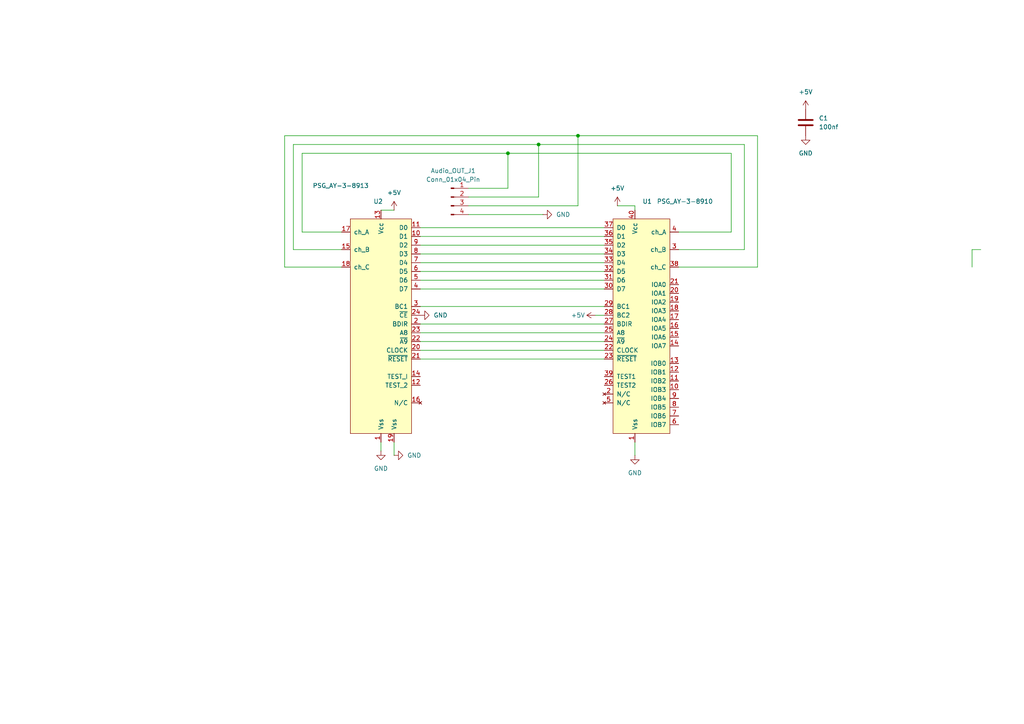
<source format=kicad_sch>
(kicad_sch
	(version 20231120)
	(generator "eeschema")
	(generator_version "8.0")
	(uuid "7974acf8-5d13-4c70-86b5-036fa6790939")
	(paper "A4")
	(title_block
		(title "8913-8910 Adapter")
		(date "2024-05-20")
	)
	(lib_symbols
		(symbol "8bits:PSG_AY-3-8910"
			(pin_names
				(offset 1.016)
			)
			(exclude_from_sim no)
			(in_bom yes)
			(on_board yes)
			(property "Reference" "U1"
				(at 0.9241 34.29 0)
				(effects
					(font
						(size 1.27 1.27)
					)
					(justify left)
				)
			)
			(property "Value" "PSG_AY-3-8910"
				(at 5.08 34.29 0)
				(effects
					(font
						(size 1.27 1.27)
					)
					(justify left)
				)
			)
			(property "Footprint" "Package_DIP:DIP-40_W15.24mm_Socket"
				(at 1.27 30.48 0)
				(effects
					(font
						(size 1.27 1.27)
					)
					(hide yes)
				)
			)
			(property "Datasheet" "map.grauw.nl/resources/sound/generalinstrument_ay-3-8910.pdf"
				(at 1.27 30.48 0)
				(effects
					(font
						(size 1.27 1.27)
					)
					(hide yes)
				)
			)
			(property "Description" "3 Chanel Programable Sound Generator + 16 I/O"
				(at 0 0 0)
				(effects
					(font
						(size 1.27 1.27)
					)
					(hide yes)
				)
			)
			(property "ki_fp_filters" "Package_DIP:DIP-40_W15.24mm*"
				(at 0 0 0)
				(effects
					(font
						(size 1.27 1.27)
					)
					(hide yes)
				)
			)
			(symbol "PSG_AY-3-8910_0_1"
				(rectangle
					(start -7.62 29.21)
					(end 8.89 -33.02)
					(stroke
						(width 0)
						(type default)
					)
					(fill
						(type background)
					)
				)
			)
			(symbol "PSG_AY-3-8910_1_1"
				(pin power_in line
					(at -1.27 -35.56 90)
					(length 2.54)
					(name "Vss"
						(effects
							(font
								(size 1.27 1.27)
							)
						)
					)
					(number "1"
						(effects
							(font
								(size 1.27 1.27)
							)
						)
					)
				)
				(pin bidirectional line
					(at 11.43 -20.32 180)
					(length 2.54)
					(name "IOB3"
						(effects
							(font
								(size 1.27 1.27)
							)
						)
					)
					(number "10"
						(effects
							(font
								(size 1.27 1.27)
							)
						)
					)
				)
				(pin bidirectional line
					(at 11.43 -17.78 180)
					(length 2.54)
					(name "IOB2"
						(effects
							(font
								(size 1.27 1.27)
							)
						)
					)
					(number "11"
						(effects
							(font
								(size 1.27 1.27)
							)
						)
					)
				)
				(pin bidirectional line
					(at 11.43 -15.24 180)
					(length 2.54)
					(name "IOB1"
						(effects
							(font
								(size 1.27 1.27)
							)
						)
					)
					(number "12"
						(effects
							(font
								(size 1.27 1.27)
							)
						)
					)
				)
				(pin bidirectional line
					(at 11.43 -12.7 180)
					(length 2.54)
					(name "IOB0"
						(effects
							(font
								(size 1.27 1.27)
							)
						)
					)
					(number "13"
						(effects
							(font
								(size 1.27 1.27)
							)
						)
					)
				)
				(pin bidirectional line
					(at 11.43 -7.62 180)
					(length 2.54)
					(name "IOA7"
						(effects
							(font
								(size 1.27 1.27)
							)
						)
					)
					(number "14"
						(effects
							(font
								(size 1.27 1.27)
							)
						)
					)
				)
				(pin bidirectional line
					(at 11.43 -5.08 180)
					(length 2.54)
					(name "IOA6"
						(effects
							(font
								(size 1.27 1.27)
							)
						)
					)
					(number "15"
						(effects
							(font
								(size 1.27 1.27)
							)
						)
					)
				)
				(pin bidirectional line
					(at 11.43 -2.54 180)
					(length 2.54)
					(name "IOA5"
						(effects
							(font
								(size 1.27 1.27)
							)
						)
					)
					(number "16"
						(effects
							(font
								(size 1.27 1.27)
							)
						)
					)
				)
				(pin bidirectional line
					(at 11.43 0 180)
					(length 2.54)
					(name "IOA4"
						(effects
							(font
								(size 1.27 1.27)
							)
						)
					)
					(number "17"
						(effects
							(font
								(size 1.27 1.27)
							)
						)
					)
				)
				(pin bidirectional line
					(at 11.43 2.54 180)
					(length 2.54)
					(name "IOA3"
						(effects
							(font
								(size 1.27 1.27)
							)
						)
					)
					(number "18"
						(effects
							(font
								(size 1.27 1.27)
							)
						)
					)
				)
				(pin bidirectional line
					(at 11.43 5.08 180)
					(length 2.54)
					(name "IOA2"
						(effects
							(font
								(size 1.27 1.27)
							)
						)
					)
					(number "19"
						(effects
							(font
								(size 1.27 1.27)
							)
						)
					)
				)
				(pin no_connect line
					(at -10.16 -21.59 0)
					(length 2.54)
					(name "N/C"
						(effects
							(font
								(size 1.27 1.27)
							)
						)
					)
					(number "2"
						(effects
							(font
								(size 1.27 1.27)
							)
						)
					)
				)
				(pin bidirectional line
					(at 11.43 7.62 180)
					(length 2.54)
					(name "IOA1"
						(effects
							(font
								(size 1.27 1.27)
							)
						)
					)
					(number "20"
						(effects
							(font
								(size 1.27 1.27)
							)
						)
					)
				)
				(pin bidirectional line
					(at 11.43 10.16 180)
					(length 2.54)
					(name "IOA0"
						(effects
							(font
								(size 1.27 1.27)
							)
						)
					)
					(number "21"
						(effects
							(font
								(size 1.27 1.27)
							)
						)
					)
				)
				(pin input line
					(at -10.16 -8.89 0)
					(length 2.54)
					(name "CLOCK"
						(effects
							(font
								(size 1.27 1.27)
							)
						)
					)
					(number "22"
						(effects
							(font
								(size 1.27 1.27)
							)
						)
					)
				)
				(pin input line
					(at -10.16 -11.43 0)
					(length 2.54)
					(name "~{RESET}"
						(effects
							(font
								(size 1.27 1.27)
							)
						)
					)
					(number "23"
						(effects
							(font
								(size 1.27 1.27)
							)
						)
					)
				)
				(pin input line
					(at -10.16 -6.35 0)
					(length 2.54)
					(name "~{A9}"
						(effects
							(font
								(size 1.27 1.27)
							)
						)
					)
					(number "24"
						(effects
							(font
								(size 1.27 1.27)
							)
						)
					)
				)
				(pin input line
					(at -10.16 -3.81 0)
					(length 2.54)
					(name "A8"
						(effects
							(font
								(size 1.27 1.27)
							)
						)
					)
					(number "25"
						(effects
							(font
								(size 1.27 1.27)
							)
						)
					)
				)
				(pin input line
					(at -10.16 -19.05 0)
					(length 2.54)
					(name "TEST2"
						(effects
							(font
								(size 1.27 1.27)
							)
						)
					)
					(number "26"
						(effects
							(font
								(size 1.27 1.27)
							)
						)
					)
				)
				(pin input line
					(at -10.16 -1.27 0)
					(length 2.54)
					(name "BDIR"
						(effects
							(font
								(size 1.27 1.27)
							)
						)
					)
					(number "27"
						(effects
							(font
								(size 1.27 1.27)
							)
						)
					)
				)
				(pin input line
					(at -10.16 1.27 0)
					(length 2.54)
					(name "BC2"
						(effects
							(font
								(size 1.27 1.27)
							)
						)
					)
					(number "28"
						(effects
							(font
								(size 1.27 1.27)
							)
						)
					)
				)
				(pin input line
					(at -10.16 3.81 0)
					(length 2.54)
					(name "BC1"
						(effects
							(font
								(size 1.27 1.27)
							)
						)
					)
					(number "29"
						(effects
							(font
								(size 1.27 1.27)
							)
						)
					)
				)
				(pin output line
					(at 11.43 20.32 180)
					(length 2.54)
					(name "ch_B"
						(effects
							(font
								(size 1.27 1.27)
							)
						)
					)
					(number "3"
						(effects
							(font
								(size 1.27 1.27)
							)
						)
					)
				)
				(pin bidirectional line
					(at -10.16 8.89 0)
					(length 2.54)
					(name "D7"
						(effects
							(font
								(size 1.27 1.27)
							)
						)
					)
					(number "30"
						(effects
							(font
								(size 1.27 1.27)
							)
						)
					)
				)
				(pin bidirectional line
					(at -10.16 11.43 0)
					(length 2.54)
					(name "D6"
						(effects
							(font
								(size 1.27 1.27)
							)
						)
					)
					(number "31"
						(effects
							(font
								(size 1.27 1.27)
							)
						)
					)
				)
				(pin bidirectional line
					(at -10.16 13.97 0)
					(length 2.54)
					(name "D5"
						(effects
							(font
								(size 1.27 1.27)
							)
						)
					)
					(number "32"
						(effects
							(font
								(size 1.27 1.27)
							)
						)
					)
				)
				(pin bidirectional line
					(at -10.16 16.51 0)
					(length 2.54)
					(name "D4"
						(effects
							(font
								(size 1.27 1.27)
							)
						)
					)
					(number "33"
						(effects
							(font
								(size 1.27 1.27)
							)
						)
					)
				)
				(pin bidirectional line
					(at -10.16 19.05 0)
					(length 2.54)
					(name "D3"
						(effects
							(font
								(size 1.27 1.27)
							)
						)
					)
					(number "34"
						(effects
							(font
								(size 1.27 1.27)
							)
						)
					)
				)
				(pin bidirectional line
					(at -10.16 21.59 0)
					(length 2.54)
					(name "D2"
						(effects
							(font
								(size 1.27 1.27)
							)
						)
					)
					(number "35"
						(effects
							(font
								(size 1.27 1.27)
							)
						)
					)
				)
				(pin bidirectional line
					(at -10.16 24.13 0)
					(length 2.54)
					(name "D1"
						(effects
							(font
								(size 1.27 1.27)
							)
						)
					)
					(number "36"
						(effects
							(font
								(size 1.27 1.27)
							)
						)
					)
				)
				(pin bidirectional line
					(at -10.16 26.67 0)
					(length 2.54)
					(name "D0"
						(effects
							(font
								(size 1.27 1.27)
							)
						)
					)
					(number "37"
						(effects
							(font
								(size 1.27 1.27)
							)
						)
					)
				)
				(pin output line
					(at 11.43 15.24 180)
					(length 2.54)
					(name "ch_C"
						(effects
							(font
								(size 1.27 1.27)
							)
						)
					)
					(number "38"
						(effects
							(font
								(size 1.27 1.27)
							)
						)
					)
				)
				(pin input line
					(at -10.16 -16.51 0)
					(length 2.54)
					(name "TEST1"
						(effects
							(font
								(size 1.27 1.27)
							)
						)
					)
					(number "39"
						(effects
							(font
								(size 1.27 1.27)
							)
						)
					)
				)
				(pin output line
					(at 11.43 25.4 180)
					(length 2.54)
					(name "ch_A"
						(effects
							(font
								(size 1.27 1.27)
							)
						)
					)
					(number "4"
						(effects
							(font
								(size 1.27 1.27)
							)
						)
					)
				)
				(pin power_in line
					(at -1.27 31.75 270)
					(length 2.54)
					(name "Vcc"
						(effects
							(font
								(size 1.27 1.27)
							)
						)
					)
					(number "40"
						(effects
							(font
								(size 1.27 1.27)
							)
						)
					)
				)
				(pin no_connect line
					(at -10.16 -24.13 0)
					(length 2.54)
					(name "N/C"
						(effects
							(font
								(size 1.27 1.27)
							)
						)
					)
					(number "5"
						(effects
							(font
								(size 1.27 1.27)
							)
						)
					)
				)
				(pin bidirectional line
					(at 11.43 -30.48 180)
					(length 2.54)
					(name "IOB7"
						(effects
							(font
								(size 1.27 1.27)
							)
						)
					)
					(number "6"
						(effects
							(font
								(size 1.27 1.27)
							)
						)
					)
				)
				(pin bidirectional line
					(at 11.43 -27.94 180)
					(length 2.54)
					(name "IOB6"
						(effects
							(font
								(size 1.27 1.27)
							)
						)
					)
					(number "7"
						(effects
							(font
								(size 1.27 1.27)
							)
						)
					)
				)
				(pin bidirectional line
					(at 11.43 -25.4 180)
					(length 2.54)
					(name "IOB5"
						(effects
							(font
								(size 1.27 1.27)
							)
						)
					)
					(number "8"
						(effects
							(font
								(size 1.27 1.27)
							)
						)
					)
				)
				(pin bidirectional line
					(at 11.43 -22.86 180)
					(length 2.54)
					(name "IOB4"
						(effects
							(font
								(size 1.27 1.27)
							)
						)
					)
					(number "9"
						(effects
							(font
								(size 1.27 1.27)
							)
						)
					)
				)
			)
		)
		(symbol "8bits:PSG_AY-3-8913"
			(pin_names
				(offset 1.016)
			)
			(exclude_from_sim no)
			(in_bom yes)
			(on_board yes)
			(property "Reference" "U2"
				(at -2.1941 31.75 0)
				(effects
					(font
						(size 1.27 1.27)
					)
					(justify left)
				)
			)
			(property "Value" "PSG_AY-3-8913"
				(at -19.812 36.322 0)
				(effects
					(font
						(size 1.27 1.27)
					)
					(justify left)
				)
			)
			(property "Footprint" "Package_DIP:DIP-24_W15.24mm_LongPads"
				(at 0 27.94 0)
				(effects
					(font
						(size 1.27 1.27)
					)
					(hide yes)
				)
			)
			(property "Datasheet" "map.grauw.nl/resources/sound/generalinstrument_ay-3-8910.pdf"
				(at 0 27.94 0)
				(effects
					(font
						(size 1.27 1.27)
					)
					(hide yes)
				)
			)
			(property "Description" "3 Chanel Programable Sound Generator + 8 I/O"
				(at 0 0 0)
				(effects
					(font
						(size 1.27 1.27)
					)
					(hide yes)
				)
			)
			(property "ki_fp_filters" "Package_DIP:DIP-24_W15.24mm*"
				(at 0 0 0)
				(effects
					(font
						(size 1.27 1.27)
					)
					(hide yes)
				)
			)
			(symbol "PSG_AY-3-8913_0_1"
				(rectangle
					(start -8.89 26.67)
					(end 8.89 -35.56)
					(stroke
						(width 0)
						(type default)
					)
					(fill
						(type background)
					)
				)
			)
			(symbol "PSG_AY-3-8913_1_1"
				(pin power_in line
					(at 0 -38.1 90)
					(length 2.54)
					(name "Vss"
						(effects
							(font
								(size 1.27 1.27)
							)
						)
					)
					(number "1"
						(effects
							(font
								(size 1.27 1.27)
							)
						)
					)
				)
				(pin bidirectional line
					(at 11.43 21.59 180)
					(length 2.54)
					(name "D1"
						(effects
							(font
								(size 1.27 1.27)
							)
						)
					)
					(number "10"
						(effects
							(font
								(size 1.27 1.27)
							)
						)
					)
				)
				(pin bidirectional line
					(at 11.43 24.13 180)
					(length 2.54)
					(name "D0"
						(effects
							(font
								(size 1.27 1.27)
							)
						)
					)
					(number "11"
						(effects
							(font
								(size 1.27 1.27)
							)
						)
					)
				)
				(pin input line
					(at 11.43 -21.59 180)
					(length 2.54)
					(name "TEST_2"
						(effects
							(font
								(size 1.27 1.27)
							)
						)
					)
					(number "12"
						(effects
							(font
								(size 1.27 1.27)
							)
						)
					)
				)
				(pin power_in line
					(at 0 29.21 270)
					(length 2.54)
					(name "Vcc"
						(effects
							(font
								(size 1.27 1.27)
							)
						)
					)
					(number "13"
						(effects
							(font
								(size 1.27 1.27)
							)
						)
					)
				)
				(pin input line
					(at 11.43 -19.05 180)
					(length 2.54)
					(name "TEST_I"
						(effects
							(font
								(size 1.27 1.27)
							)
						)
					)
					(number "14"
						(effects
							(font
								(size 1.27 1.27)
							)
						)
					)
				)
				(pin output line
					(at -11.43 17.78 0)
					(length 2.54)
					(name "ch_B"
						(effects
							(font
								(size 1.27 1.27)
							)
						)
					)
					(number "15"
						(effects
							(font
								(size 1.27 1.27)
							)
						)
					)
				)
				(pin no_connect line
					(at 11.43 -26.67 180)
					(length 2.54)
					(name "N/C"
						(effects
							(font
								(size 1.27 1.27)
							)
						)
					)
					(number "16"
						(effects
							(font
								(size 1.27 1.27)
							)
						)
					)
				)
				(pin output line
					(at -11.43 22.86 0)
					(length 2.54)
					(name "ch_A"
						(effects
							(font
								(size 1.27 1.27)
							)
						)
					)
					(number "17"
						(effects
							(font
								(size 1.27 1.27)
							)
						)
					)
				)
				(pin output line
					(at -11.43 12.7 0)
					(length 2.54)
					(name "ch_C"
						(effects
							(font
								(size 1.27 1.27)
							)
						)
					)
					(number "18"
						(effects
							(font
								(size 1.27 1.27)
							)
						)
					)
				)
				(pin power_in line
					(at 3.81 -38.1 90)
					(length 2.54)
					(name "Vss"
						(effects
							(font
								(size 1.27 1.27)
							)
						)
					)
					(number "19"
						(effects
							(font
								(size 1.27 1.27)
							)
						)
					)
				)
				(pin input line
					(at 11.43 -3.81 180)
					(length 2.54)
					(name "BDIR"
						(effects
							(font
								(size 1.27 1.27)
							)
						)
					)
					(number "2"
						(effects
							(font
								(size 1.27 1.27)
							)
						)
					)
				)
				(pin input line
					(at 11.43 -11.43 180)
					(length 2.54)
					(name "CLOCK"
						(effects
							(font
								(size 1.27 1.27)
							)
						)
					)
					(number "20"
						(effects
							(font
								(size 1.27 1.27)
							)
						)
					)
				)
				(pin input line
					(at 11.43 -13.97 180)
					(length 2.54)
					(name "~{RESET}"
						(effects
							(font
								(size 1.27 1.27)
							)
						)
					)
					(number "21"
						(effects
							(font
								(size 1.27 1.27)
							)
						)
					)
				)
				(pin input line
					(at 11.43 -8.89 180)
					(length 2.54)
					(name "~{A9}"
						(effects
							(font
								(size 1.27 1.27)
							)
						)
					)
					(number "22"
						(effects
							(font
								(size 1.27 1.27)
							)
						)
					)
				)
				(pin input line
					(at 11.43 -6.35 180)
					(length 2.54)
					(name "A8"
						(effects
							(font
								(size 1.27 1.27)
							)
						)
					)
					(number "23"
						(effects
							(font
								(size 1.27 1.27)
							)
						)
					)
				)
				(pin input line
					(at 11.43 -1.27 180)
					(length 2.54)
					(name "~{CE}"
						(effects
							(font
								(size 1.27 1.27)
							)
						)
					)
					(number "24"
						(effects
							(font
								(size 1.27 1.27)
							)
						)
					)
				)
				(pin input line
					(at 11.43 1.27 180)
					(length 2.54)
					(name "BC1"
						(effects
							(font
								(size 1.27 1.27)
							)
						)
					)
					(number "3"
						(effects
							(font
								(size 1.27 1.27)
							)
						)
					)
				)
				(pin bidirectional line
					(at 11.43 6.35 180)
					(length 2.54)
					(name "D7"
						(effects
							(font
								(size 1.27 1.27)
							)
						)
					)
					(number "4"
						(effects
							(font
								(size 1.27 1.27)
							)
						)
					)
				)
				(pin bidirectional line
					(at 11.43 8.89 180)
					(length 2.54)
					(name "D6"
						(effects
							(font
								(size 1.27 1.27)
							)
						)
					)
					(number "5"
						(effects
							(font
								(size 1.27 1.27)
							)
						)
					)
				)
				(pin bidirectional line
					(at 11.43 11.43 180)
					(length 2.54)
					(name "D5"
						(effects
							(font
								(size 1.27 1.27)
							)
						)
					)
					(number "6"
						(effects
							(font
								(size 1.27 1.27)
							)
						)
					)
				)
				(pin bidirectional line
					(at 11.43 13.97 180)
					(length 2.54)
					(name "D4"
						(effects
							(font
								(size 1.27 1.27)
							)
						)
					)
					(number "7"
						(effects
							(font
								(size 1.27 1.27)
							)
						)
					)
				)
				(pin bidirectional line
					(at 11.43 16.51 180)
					(length 2.54)
					(name "D3"
						(effects
							(font
								(size 1.27 1.27)
							)
						)
					)
					(number "8"
						(effects
							(font
								(size 1.27 1.27)
							)
						)
					)
				)
				(pin bidirectional line
					(at 11.43 19.05 180)
					(length 2.54)
					(name "D2"
						(effects
							(font
								(size 1.27 1.27)
							)
						)
					)
					(number "9"
						(effects
							(font
								(size 1.27 1.27)
							)
						)
					)
				)
			)
		)
		(symbol "Connector:Conn_01x04_Pin"
			(pin_names
				(offset 1.016) hide)
			(exclude_from_sim no)
			(in_bom yes)
			(on_board yes)
			(property "Reference" "J"
				(at 0 5.08 0)
				(effects
					(font
						(size 1.27 1.27)
					)
				)
			)
			(property "Value" "Conn_01x04_Pin"
				(at 0 -7.62 0)
				(effects
					(font
						(size 1.27 1.27)
					)
				)
			)
			(property "Footprint" ""
				(at 0 0 0)
				(effects
					(font
						(size 1.27 1.27)
					)
					(hide yes)
				)
			)
			(property "Datasheet" "~"
				(at 0 0 0)
				(effects
					(font
						(size 1.27 1.27)
					)
					(hide yes)
				)
			)
			(property "Description" "Generic connector, single row, 01x04, script generated"
				(at 0 0 0)
				(effects
					(font
						(size 1.27 1.27)
					)
					(hide yes)
				)
			)
			(property "ki_locked" ""
				(at 0 0 0)
				(effects
					(font
						(size 1.27 1.27)
					)
				)
			)
			(property "ki_keywords" "connector"
				(at 0 0 0)
				(effects
					(font
						(size 1.27 1.27)
					)
					(hide yes)
				)
			)
			(property "ki_fp_filters" "Connector*:*_1x??_*"
				(at 0 0 0)
				(effects
					(font
						(size 1.27 1.27)
					)
					(hide yes)
				)
			)
			(symbol "Conn_01x04_Pin_1_1"
				(polyline
					(pts
						(xy 1.27 -5.08) (xy 0.8636 -5.08)
					)
					(stroke
						(width 0.1524)
						(type default)
					)
					(fill
						(type none)
					)
				)
				(polyline
					(pts
						(xy 1.27 -2.54) (xy 0.8636 -2.54)
					)
					(stroke
						(width 0.1524)
						(type default)
					)
					(fill
						(type none)
					)
				)
				(polyline
					(pts
						(xy 1.27 0) (xy 0.8636 0)
					)
					(stroke
						(width 0.1524)
						(type default)
					)
					(fill
						(type none)
					)
				)
				(polyline
					(pts
						(xy 1.27 2.54) (xy 0.8636 2.54)
					)
					(stroke
						(width 0.1524)
						(type default)
					)
					(fill
						(type none)
					)
				)
				(rectangle
					(start 0.8636 -4.953)
					(end 0 -5.207)
					(stroke
						(width 0.1524)
						(type default)
					)
					(fill
						(type outline)
					)
				)
				(rectangle
					(start 0.8636 -2.413)
					(end 0 -2.667)
					(stroke
						(width 0.1524)
						(type default)
					)
					(fill
						(type outline)
					)
				)
				(rectangle
					(start 0.8636 0.127)
					(end 0 -0.127)
					(stroke
						(width 0.1524)
						(type default)
					)
					(fill
						(type outline)
					)
				)
				(rectangle
					(start 0.8636 2.667)
					(end 0 2.413)
					(stroke
						(width 0.1524)
						(type default)
					)
					(fill
						(type outline)
					)
				)
				(pin passive line
					(at 5.08 2.54 180)
					(length 3.81)
					(name "Pin_1"
						(effects
							(font
								(size 1.27 1.27)
							)
						)
					)
					(number "1"
						(effects
							(font
								(size 1.27 1.27)
							)
						)
					)
				)
				(pin passive line
					(at 5.08 0 180)
					(length 3.81)
					(name "Pin_2"
						(effects
							(font
								(size 1.27 1.27)
							)
						)
					)
					(number "2"
						(effects
							(font
								(size 1.27 1.27)
							)
						)
					)
				)
				(pin passive line
					(at 5.08 -2.54 180)
					(length 3.81)
					(name "Pin_3"
						(effects
							(font
								(size 1.27 1.27)
							)
						)
					)
					(number "3"
						(effects
							(font
								(size 1.27 1.27)
							)
						)
					)
				)
				(pin passive line
					(at 5.08 -5.08 180)
					(length 3.81)
					(name "Pin_4"
						(effects
							(font
								(size 1.27 1.27)
							)
						)
					)
					(number "4"
						(effects
							(font
								(size 1.27 1.27)
							)
						)
					)
				)
			)
		)
		(symbol "Device:C"
			(pin_numbers hide)
			(pin_names
				(offset 0.254)
			)
			(exclude_from_sim no)
			(in_bom yes)
			(on_board yes)
			(property "Reference" "C"
				(at 0.635 2.54 0)
				(effects
					(font
						(size 1.27 1.27)
					)
					(justify left)
				)
			)
			(property "Value" "C"
				(at 0.635 -2.54 0)
				(effects
					(font
						(size 1.27 1.27)
					)
					(justify left)
				)
			)
			(property "Footprint" ""
				(at 0.9652 -3.81 0)
				(effects
					(font
						(size 1.27 1.27)
					)
					(hide yes)
				)
			)
			(property "Datasheet" "~"
				(at 0 0 0)
				(effects
					(font
						(size 1.27 1.27)
					)
					(hide yes)
				)
			)
			(property "Description" "Unpolarized capacitor"
				(at 0 0 0)
				(effects
					(font
						(size 1.27 1.27)
					)
					(hide yes)
				)
			)
			(property "ki_keywords" "cap capacitor"
				(at 0 0 0)
				(effects
					(font
						(size 1.27 1.27)
					)
					(hide yes)
				)
			)
			(property "ki_fp_filters" "C_*"
				(at 0 0 0)
				(effects
					(font
						(size 1.27 1.27)
					)
					(hide yes)
				)
			)
			(symbol "C_0_1"
				(polyline
					(pts
						(xy -2.032 -0.762) (xy 2.032 -0.762)
					)
					(stroke
						(width 0.508)
						(type default)
					)
					(fill
						(type none)
					)
				)
				(polyline
					(pts
						(xy -2.032 0.762) (xy 2.032 0.762)
					)
					(stroke
						(width 0.508)
						(type default)
					)
					(fill
						(type none)
					)
				)
			)
			(symbol "C_1_1"
				(pin passive line
					(at 0 3.81 270)
					(length 2.794)
					(name "~"
						(effects
							(font
								(size 1.27 1.27)
							)
						)
					)
					(number "1"
						(effects
							(font
								(size 1.27 1.27)
							)
						)
					)
				)
				(pin passive line
					(at 0 -3.81 90)
					(length 2.794)
					(name "~"
						(effects
							(font
								(size 1.27 1.27)
							)
						)
					)
					(number "2"
						(effects
							(font
								(size 1.27 1.27)
							)
						)
					)
				)
			)
		)
		(symbol "power:+5V"
			(power)
			(pin_numbers hide)
			(pin_names
				(offset 0) hide)
			(exclude_from_sim no)
			(in_bom yes)
			(on_board yes)
			(property "Reference" "#PWR"
				(at 0 -3.81 0)
				(effects
					(font
						(size 1.27 1.27)
					)
					(hide yes)
				)
			)
			(property "Value" "+5V"
				(at 0 3.556 0)
				(effects
					(font
						(size 1.27 1.27)
					)
				)
			)
			(property "Footprint" ""
				(at 0 0 0)
				(effects
					(font
						(size 1.27 1.27)
					)
					(hide yes)
				)
			)
			(property "Datasheet" ""
				(at 0 0 0)
				(effects
					(font
						(size 1.27 1.27)
					)
					(hide yes)
				)
			)
			(property "Description" "Power symbol creates a global label with name \"+5V\""
				(at 0 0 0)
				(effects
					(font
						(size 1.27 1.27)
					)
					(hide yes)
				)
			)
			(property "ki_keywords" "global power"
				(at 0 0 0)
				(effects
					(font
						(size 1.27 1.27)
					)
					(hide yes)
				)
			)
			(symbol "+5V_0_1"
				(polyline
					(pts
						(xy -0.762 1.27) (xy 0 2.54)
					)
					(stroke
						(width 0)
						(type default)
					)
					(fill
						(type none)
					)
				)
				(polyline
					(pts
						(xy 0 0) (xy 0 2.54)
					)
					(stroke
						(width 0)
						(type default)
					)
					(fill
						(type none)
					)
				)
				(polyline
					(pts
						(xy 0 2.54) (xy 0.762 1.27)
					)
					(stroke
						(width 0)
						(type default)
					)
					(fill
						(type none)
					)
				)
			)
			(symbol "+5V_1_1"
				(pin power_in line
					(at 0 0 90)
					(length 0)
					(name "~"
						(effects
							(font
								(size 1.27 1.27)
							)
						)
					)
					(number "1"
						(effects
							(font
								(size 1.27 1.27)
							)
						)
					)
				)
			)
		)
		(symbol "power:GND"
			(power)
			(pin_numbers hide)
			(pin_names
				(offset 0) hide)
			(exclude_from_sim no)
			(in_bom yes)
			(on_board yes)
			(property "Reference" "#PWR"
				(at 0 -6.35 0)
				(effects
					(font
						(size 1.27 1.27)
					)
					(hide yes)
				)
			)
			(property "Value" "GND"
				(at 0 -3.81 0)
				(effects
					(font
						(size 1.27 1.27)
					)
				)
			)
			(property "Footprint" ""
				(at 0 0 0)
				(effects
					(font
						(size 1.27 1.27)
					)
					(hide yes)
				)
			)
			(property "Datasheet" ""
				(at 0 0 0)
				(effects
					(font
						(size 1.27 1.27)
					)
					(hide yes)
				)
			)
			(property "Description" "Power symbol creates a global label with name \"GND\" , ground"
				(at 0 0 0)
				(effects
					(font
						(size 1.27 1.27)
					)
					(hide yes)
				)
			)
			(property "ki_keywords" "global power"
				(at 0 0 0)
				(effects
					(font
						(size 1.27 1.27)
					)
					(hide yes)
				)
			)
			(symbol "GND_0_1"
				(polyline
					(pts
						(xy 0 0) (xy 0 -1.27) (xy 1.27 -1.27) (xy 0 -2.54) (xy -1.27 -1.27) (xy 0 -1.27)
					)
					(stroke
						(width 0)
						(type default)
					)
					(fill
						(type none)
					)
				)
			)
			(symbol "GND_1_1"
				(pin power_in line
					(at 0 0 270)
					(length 0)
					(name "~"
						(effects
							(font
								(size 1.27 1.27)
							)
						)
					)
					(number "1"
						(effects
							(font
								(size 1.27 1.27)
							)
						)
					)
				)
			)
		)
	)
	(junction
		(at 156.21 41.91)
		(diameter 0)
		(color 0 0 0 0)
		(uuid "b4fb2b08-e80a-41e2-8424-0f004794ce48")
	)
	(junction
		(at 167.64 39.37)
		(diameter 0)
		(color 0 0 0 0)
		(uuid "dcd96260-65aa-465e-9328-28da9dae1137")
	)
	(junction
		(at 147.32 44.45)
		(diameter 0)
		(color 0 0 0 0)
		(uuid "f7285a9f-b2f6-4c6d-9110-6cf7e36bfa75")
	)
	(wire
		(pts
			(xy 121.92 104.14) (xy 175.26 104.14)
		)
		(stroke
			(width 0)
			(type default)
		)
		(uuid "05072ccf-53fb-4735-856a-be06de3c368a")
	)
	(wire
		(pts
			(xy 167.64 59.69) (xy 167.64 39.37)
		)
		(stroke
			(width 0)
			(type default)
		)
		(uuid "0b315812-0974-4f5d-961e-be3880fe1109")
	)
	(wire
		(pts
			(xy 110.49 128.27) (xy 110.49 130.81)
		)
		(stroke
			(width 0)
			(type default)
		)
		(uuid "0bc6bfdf-a7ef-4c2a-aa6a-7eca849fd5a0")
	)
	(wire
		(pts
			(xy 87.63 44.45) (xy 147.32 44.45)
		)
		(stroke
			(width 0)
			(type default)
		)
		(uuid "0e93925e-d610-44ba-8c7c-db016517067f")
	)
	(wire
		(pts
			(xy 121.92 76.2) (xy 175.26 76.2)
		)
		(stroke
			(width 0)
			(type default)
		)
		(uuid "1b87e4dd-9766-49aa-bd70-181607827e5e")
	)
	(wire
		(pts
			(xy 196.85 77.47) (xy 219.71 77.47)
		)
		(stroke
			(width 0)
			(type default)
		)
		(uuid "2b11ef83-63bf-4d12-8f09-2e1f36a93799")
	)
	(wire
		(pts
			(xy 156.21 41.91) (xy 215.9 41.91)
		)
		(stroke
			(width 0)
			(type default)
		)
		(uuid "2f249659-f196-4a2e-b5f4-806b530329c4")
	)
	(wire
		(pts
			(xy 121.92 71.12) (xy 175.26 71.12)
		)
		(stroke
			(width 0)
			(type default)
		)
		(uuid "2f780e71-bc64-46cc-8c75-a44f2086a5f8")
	)
	(wire
		(pts
			(xy 85.09 41.91) (xy 156.21 41.91)
		)
		(stroke
			(width 0)
			(type default)
		)
		(uuid "32b82091-fae6-4949-ad9e-f2ec92399629")
	)
	(wire
		(pts
			(xy 172.72 91.44) (xy 175.26 91.44)
		)
		(stroke
			(width 0)
			(type default)
		)
		(uuid "366bac0e-be5d-4ad4-87af-556bc016edac")
	)
	(wire
		(pts
			(xy 82.55 39.37) (xy 167.64 39.37)
		)
		(stroke
			(width 0)
			(type default)
		)
		(uuid "384aadc5-12a4-43cb-a04c-44170064e149")
	)
	(wire
		(pts
			(xy 212.09 67.31) (xy 212.09 44.45)
		)
		(stroke
			(width 0)
			(type default)
		)
		(uuid "4148c8b4-eaa4-455b-96c1-acf08277ec22")
	)
	(wire
		(pts
			(xy 196.85 67.31) (xy 212.09 67.31)
		)
		(stroke
			(width 0)
			(type default)
		)
		(uuid "6160c51c-bedf-4ae0-a349-cfff14d83e53")
	)
	(wire
		(pts
			(xy 281.94 72.39) (xy 281.94 77.47)
		)
		(stroke
			(width 0)
			(type default)
		)
		(uuid "6391fa9c-7408-406e-abad-9f5b65f38826")
	)
	(wire
		(pts
			(xy 156.21 57.15) (xy 156.21 41.91)
		)
		(stroke
			(width 0)
			(type default)
		)
		(uuid "668e90fa-37fd-4875-a594-e4f99869fa15")
	)
	(wire
		(pts
			(xy 284.48 72.39) (xy 281.94 72.39)
		)
		(stroke
			(width 0)
			(type default)
		)
		(uuid "67b9d127-3639-4fba-9018-dd0b5a332522")
	)
	(wire
		(pts
			(xy 121.92 78.74) (xy 175.26 78.74)
		)
		(stroke
			(width 0)
			(type default)
		)
		(uuid "6ca4d019-48eb-46d4-bb8b-7438ac50e14e")
	)
	(wire
		(pts
			(xy 219.71 77.47) (xy 219.71 39.37)
		)
		(stroke
			(width 0)
			(type default)
		)
		(uuid "6da919ee-3d45-4572-8367-59cf837f9d61")
	)
	(wire
		(pts
			(xy 114.3 60.96) (xy 110.49 60.96)
		)
		(stroke
			(width 0)
			(type default)
		)
		(uuid "78fc1c34-d6cb-4af0-badb-22aa816c7c14")
	)
	(wire
		(pts
			(xy 87.63 67.31) (xy 99.06 67.31)
		)
		(stroke
			(width 0)
			(type default)
		)
		(uuid "7b04e65b-ca20-45a9-80ed-25c99b5ac2ab")
	)
	(wire
		(pts
			(xy 99.06 72.39) (xy 85.09 72.39)
		)
		(stroke
			(width 0)
			(type default)
		)
		(uuid "7da1754d-0c01-4357-82b7-33ae55716ee4")
	)
	(wire
		(pts
			(xy 215.9 41.91) (xy 215.9 72.39)
		)
		(stroke
			(width 0)
			(type default)
		)
		(uuid "7e0552e5-eb1e-4fad-8213-c644000f1d13")
	)
	(wire
		(pts
			(xy 121.92 81.28) (xy 175.26 81.28)
		)
		(stroke
			(width 0)
			(type default)
		)
		(uuid "7e31fff8-7277-4b9c-a78b-f8d6bcecdad7")
	)
	(wire
		(pts
			(xy 121.92 93.98) (xy 175.26 93.98)
		)
		(stroke
			(width 0)
			(type default)
		)
		(uuid "7f3affad-4c41-42cb-b4c4-d5c73d6cf06a")
	)
	(wire
		(pts
			(xy 82.55 77.47) (xy 99.06 77.47)
		)
		(stroke
			(width 0)
			(type default)
		)
		(uuid "8496d408-dae2-4032-8f82-6adb299a6d32")
	)
	(wire
		(pts
			(xy 135.89 62.23) (xy 157.48 62.23)
		)
		(stroke
			(width 0)
			(type default)
		)
		(uuid "8ad43323-f3fd-4c59-bb2f-0df427a5345c")
	)
	(wire
		(pts
			(xy 121.92 101.6) (xy 175.26 101.6)
		)
		(stroke
			(width 0)
			(type default)
		)
		(uuid "8df74e85-e61b-4fcd-92d8-5180fdc168cc")
	)
	(wire
		(pts
			(xy 167.64 39.37) (xy 219.71 39.37)
		)
		(stroke
			(width 0)
			(type default)
		)
		(uuid "941ccd26-38cd-40a4-8803-f35ecefde2b5")
	)
	(wire
		(pts
			(xy 121.92 88.9) (xy 175.26 88.9)
		)
		(stroke
			(width 0)
			(type default)
		)
		(uuid "97620c56-bcb5-4e14-8bcb-5c8552406972")
	)
	(wire
		(pts
			(xy 184.15 59.69) (xy 184.15 60.96)
		)
		(stroke
			(width 0)
			(type default)
		)
		(uuid "a62dba70-5145-4190-ade0-69bfd3eebe40")
	)
	(wire
		(pts
			(xy 147.32 54.61) (xy 147.32 44.45)
		)
		(stroke
			(width 0)
			(type default)
		)
		(uuid "a9705486-072b-45ee-860f-ae03aa2b1c89")
	)
	(wire
		(pts
			(xy 114.3 128.27) (xy 114.3 132.08)
		)
		(stroke
			(width 0)
			(type default)
		)
		(uuid "b2e52409-da53-4619-84c7-150b506b1231")
	)
	(wire
		(pts
			(xy 196.85 72.39) (xy 215.9 72.39)
		)
		(stroke
			(width 0)
			(type default)
		)
		(uuid "b7336080-9f1c-411c-9c1a-815a39087f99")
	)
	(wire
		(pts
			(xy 121.92 83.82) (xy 175.26 83.82)
		)
		(stroke
			(width 0)
			(type default)
		)
		(uuid "b82e853c-5fbe-4958-8531-2b40d496bc28")
	)
	(wire
		(pts
			(xy 135.89 59.69) (xy 167.64 59.69)
		)
		(stroke
			(width 0)
			(type default)
		)
		(uuid "ba3e197c-e8f7-42a9-b8d3-df4004b15dd7")
	)
	(wire
		(pts
			(xy 121.92 73.66) (xy 175.26 73.66)
		)
		(stroke
			(width 0)
			(type default)
		)
		(uuid "ceae09ea-0e71-4b8c-bb54-f8b8edd7cdad")
	)
	(wire
		(pts
			(xy 121.92 99.06) (xy 175.26 99.06)
		)
		(stroke
			(width 0)
			(type default)
		)
		(uuid "cf1d1304-5142-4bc7-9071-e4799bacb4cb")
	)
	(wire
		(pts
			(xy 87.63 44.45) (xy 87.63 67.31)
		)
		(stroke
			(width 0)
			(type default)
		)
		(uuid "d15fcf9c-835e-4c49-933c-b6a40a1e37c2")
	)
	(wire
		(pts
			(xy 121.92 96.52) (xy 175.26 96.52)
		)
		(stroke
			(width 0)
			(type default)
		)
		(uuid "d2bd0e13-3808-403d-b669-645190460668")
	)
	(wire
		(pts
			(xy 179.07 59.69) (xy 184.15 59.69)
		)
		(stroke
			(width 0)
			(type default)
		)
		(uuid "d7a50600-49a9-4091-baf8-79eb7096d4ea")
	)
	(wire
		(pts
			(xy 121.92 68.58) (xy 175.26 68.58)
		)
		(stroke
			(width 0)
			(type default)
		)
		(uuid "e46dac65-5a9e-4f37-a9c0-07f2805b2d49")
	)
	(wire
		(pts
			(xy 135.89 57.15) (xy 156.21 57.15)
		)
		(stroke
			(width 0)
			(type default)
		)
		(uuid "eadc5272-e784-4400-8dfb-2376ff83e10d")
	)
	(wire
		(pts
			(xy 147.32 44.45) (xy 212.09 44.45)
		)
		(stroke
			(width 0)
			(type default)
		)
		(uuid "eecaaf39-d01a-4688-bd1e-451a5e786eef")
	)
	(wire
		(pts
			(xy 184.15 128.27) (xy 184.15 132.08)
		)
		(stroke
			(width 0)
			(type default)
		)
		(uuid "f1c3ff7b-0961-495a-9066-a441a80310a9")
	)
	(wire
		(pts
			(xy 82.55 39.37) (xy 82.55 77.47)
		)
		(stroke
			(width 0)
			(type default)
		)
		(uuid "f64292d3-1507-4f87-8e44-0c3a8206f71c")
	)
	(wire
		(pts
			(xy 85.09 72.39) (xy 85.09 41.91)
		)
		(stroke
			(width 0)
			(type default)
		)
		(uuid "f7faed93-2c96-4895-9744-c91c822edcf0")
	)
	(wire
		(pts
			(xy 135.89 54.61) (xy 147.32 54.61)
		)
		(stroke
			(width 0)
			(type default)
		)
		(uuid "f7fbbb64-2d5f-4f8c-9bac-963c82cbab5b")
	)
	(wire
		(pts
			(xy 121.92 66.04) (xy 175.26 66.04)
		)
		(stroke
			(width 0)
			(type default)
		)
		(uuid "fabf5323-f058-4ac1-beba-b57e441767d8")
	)
	(symbol
		(lib_id "power:+5V")
		(at 172.72 91.44 90)
		(unit 1)
		(exclude_from_sim no)
		(in_bom yes)
		(on_board yes)
		(dnp no)
		(uuid "2f2d3015-ce6b-4ad1-a441-3b6909427c6f")
		(property "Reference" "#PWR06"
			(at 176.53 91.44 0)
			(effects
				(font
					(size 1.27 1.27)
				)
				(hide yes)
			)
		)
		(property "Value" "+5V"
			(at 167.64 91.44 90)
			(effects
				(font
					(size 1.27 1.27)
				)
			)
		)
		(property "Footprint" ""
			(at 172.72 91.44 0)
			(effects
				(font
					(size 1.27 1.27)
				)
				(hide yes)
			)
		)
		(property "Datasheet" ""
			(at 172.72 91.44 0)
			(effects
				(font
					(size 1.27 1.27)
				)
				(hide yes)
			)
		)
		(property "Description" "Power symbol creates a global label with name \"+5V\""
			(at 172.72 91.44 0)
			(effects
				(font
					(size 1.27 1.27)
				)
				(hide yes)
			)
		)
		(pin "1"
			(uuid "5a86a2be-35ed-4ce6-8b51-e4527bca1261")
		)
		(instances
			(project "adapter 8913-8910 long board reverse on air"
				(path "/7974acf8-5d13-4c70-86b5-036fa6790939"
					(reference "#PWR06")
					(unit 1)
				)
			)
		)
	)
	(symbol
		(lib_id "8bits:PSG_AY-3-8913")
		(at 110.49 90.17 0)
		(unit 1)
		(exclude_from_sim no)
		(in_bom yes)
		(on_board yes)
		(dnp no)
		(uuid "38f1ddbf-b60b-4931-9eec-4e339dfb3be0")
		(property "Reference" "U2"
			(at 108.2959 58.42 0)
			(effects
				(font
					(size 1.27 1.27)
				)
				(justify left)
			)
		)
		(property "Value" "PSG_AY-3-8913"
			(at 90.678 53.848 0)
			(effects
				(font
					(size 1.27 1.27)
				)
				(justify left)
			)
		)
		(property "Footprint" "Package_DIP:DIP-24_W15.24mm_LongPads"
			(at 110.49 62.23 0)
			(effects
				(font
					(size 1.27 1.27)
				)
				(hide yes)
			)
		)
		(property "Datasheet" "map.grauw.nl/resources/sound/generalinstrument_ay-3-8910.pdf"
			(at 110.49 62.23 0)
			(effects
				(font
					(size 1.27 1.27)
				)
				(hide yes)
			)
		)
		(property "Description" "3 Chanel Programable Sound Generator + 8 I/O"
			(at 110.49 90.17 0)
			(effects
				(font
					(size 1.27 1.27)
				)
				(hide yes)
			)
		)
		(pin "15"
			(uuid "a868c983-a0fa-4d7d-928f-eac563ddbbe4")
		)
		(pin "8"
			(uuid "30e33f49-df80-42d1-9ead-df295ea2320c")
		)
		(pin "12"
			(uuid "2ca6e59f-ac3e-423c-93b1-7d146382bfc4")
		)
		(pin "13"
			(uuid "cd44b58b-78ee-436e-8b9c-5913fcbc911b")
		)
		(pin "1"
			(uuid "7c3b618d-bb58-419c-b029-05c6232d1c2e")
		)
		(pin "14"
			(uuid "8f5dea96-eb1f-4e14-8810-d56b24b39dfe")
		)
		(pin "21"
			(uuid "dc7ca985-3865-4870-85ab-b6fb6aa9cd27")
		)
		(pin "19"
			(uuid "c6a0a73f-5996-407e-9a60-9f556d64574e")
		)
		(pin "24"
			(uuid "cdeec932-199e-495f-b7e0-f7a93030970d")
		)
		(pin "3"
			(uuid "fda6fdcc-4137-4e96-b069-08faec9e0d96")
		)
		(pin "20"
			(uuid "512200bc-cda9-43b4-9776-b5b106c47349")
		)
		(pin "5"
			(uuid "0ea122a4-006e-48a2-905c-b54e9fd69ed3")
		)
		(pin "23"
			(uuid "efbdb302-8b07-4f4b-a842-862ddf9cc818")
		)
		(pin "4"
			(uuid "4842b504-95ac-4004-97d8-a42b0b64a8aa")
		)
		(pin "7"
			(uuid "1f61c261-cf0b-4525-98d8-4469c2183f83")
		)
		(pin "10"
			(uuid "3c87aaf6-4b6c-4247-8d19-114cabb0f562")
		)
		(pin "11"
			(uuid "89e1f6f0-788a-4509-b851-c166acf35565")
		)
		(pin "6"
			(uuid "b8694351-bd46-47b9-8ecc-14c91462063f")
		)
		(pin "9"
			(uuid "60767072-99ed-461f-8b55-d485e824b6a3")
		)
		(pin "22"
			(uuid "76e5a715-c67b-475c-8d88-d60be9223f40")
		)
		(pin "16"
			(uuid "631b39c9-e9ce-4a0c-8852-8fa816b39204")
		)
		(pin "18"
			(uuid "e86a4d45-7026-4d62-823e-21576cd76766")
		)
		(pin "2"
			(uuid "3366e976-b535-4780-85a2-41e570884d3c")
		)
		(pin "17"
			(uuid "9ad31e6e-0d25-4cd5-9c4c-1c93577ffc36")
		)
		(instances
			(project "adapter 8913-8910 long board reverse on air"
				(path "/7974acf8-5d13-4c70-86b5-036fa6790939"
					(reference "U2")
					(unit 1)
				)
			)
		)
	)
	(symbol
		(lib_id "power:+5V")
		(at 179.07 59.69 0)
		(unit 1)
		(exclude_from_sim no)
		(in_bom yes)
		(on_board yes)
		(dnp no)
		(uuid "5d059d18-27b2-4b78-a7b0-0de80319365f")
		(property "Reference" "#PWR05"
			(at 179.07 63.5 0)
			(effects
				(font
					(size 1.27 1.27)
				)
				(hide yes)
			)
		)
		(property "Value" "+5V"
			(at 179.07 54.61 0)
			(effects
				(font
					(size 1.27 1.27)
				)
			)
		)
		(property "Footprint" ""
			(at 179.07 59.69 0)
			(effects
				(font
					(size 1.27 1.27)
				)
				(hide yes)
			)
		)
		(property "Datasheet" ""
			(at 179.07 59.69 0)
			(effects
				(font
					(size 1.27 1.27)
				)
				(hide yes)
			)
		)
		(property "Description" "Power symbol creates a global label with name \"+5V\""
			(at 179.07 59.69 0)
			(effects
				(font
					(size 1.27 1.27)
				)
				(hide yes)
			)
		)
		(pin "1"
			(uuid "3896a1d0-a167-42be-a511-88b99a623589")
		)
		(instances
			(project "adapter 8913-8910 long board reverse on air"
				(path "/7974acf8-5d13-4c70-86b5-036fa6790939"
					(reference "#PWR05")
					(unit 1)
				)
			)
		)
	)
	(symbol
		(lib_id "Device:C")
		(at 233.68 35.56 0)
		(unit 1)
		(exclude_from_sim no)
		(in_bom yes)
		(on_board yes)
		(dnp no)
		(fields_autoplaced yes)
		(uuid "6889ed8c-7022-4efc-a53f-70f2ef125892")
		(property "Reference" "C1"
			(at 237.49 34.2899 0)
			(effects
				(font
					(size 1.27 1.27)
				)
				(justify left)
			)
		)
		(property "Value" "100nf"
			(at 237.49 36.8299 0)
			(effects
				(font
					(size 1.27 1.27)
				)
				(justify left)
			)
		)
		(property "Footprint" "Capacitor_SMD:C_0805_2012Metric_Pad1.18x1.45mm_HandSolder"
			(at 234.6452 39.37 0)
			(effects
				(font
					(size 1.27 1.27)
				)
				(hide yes)
			)
		)
		(property "Datasheet" "~"
			(at 233.68 35.56 0)
			(effects
				(font
					(size 1.27 1.27)
				)
				(hide yes)
			)
		)
		(property "Description" "Unpolarized capacitor"
			(at 233.68 35.56 0)
			(effects
				(font
					(size 1.27 1.27)
				)
				(hide yes)
			)
		)
		(pin "1"
			(uuid "7a771342-8098-4dfe-9204-bbe71b8e2d37")
		)
		(pin "2"
			(uuid "4f07bdb6-fb12-46d2-b92b-aa6f9549db3a")
		)
		(instances
			(project ""
				(path "/7974acf8-5d13-4c70-86b5-036fa6790939"
					(reference "C1")
					(unit 1)
				)
			)
		)
	)
	(symbol
		(lib_id "power:GND")
		(at 233.68 39.37 0)
		(unit 1)
		(exclude_from_sim no)
		(in_bom yes)
		(on_board yes)
		(dnp no)
		(fields_autoplaced yes)
		(uuid "6e4e99df-329a-4d61-b3e3-c6294899e654")
		(property "Reference" "#PWR010"
			(at 233.68 45.72 0)
			(effects
				(font
					(size 1.27 1.27)
				)
				(hide yes)
			)
		)
		(property "Value" "GND"
			(at 233.68 44.45 0)
			(effects
				(font
					(size 1.27 1.27)
				)
			)
		)
		(property "Footprint" ""
			(at 233.68 39.37 0)
			(effects
				(font
					(size 1.27 1.27)
				)
				(hide yes)
			)
		)
		(property "Datasheet" ""
			(at 233.68 39.37 0)
			(effects
				(font
					(size 1.27 1.27)
				)
				(hide yes)
			)
		)
		(property "Description" "Power symbol creates a global label with name \"GND\" , ground"
			(at 233.68 39.37 0)
			(effects
				(font
					(size 1.27 1.27)
				)
				(hide yes)
			)
		)
		(pin "1"
			(uuid "e9858b76-fa8c-4671-8231-d3419b0f8af0")
		)
		(instances
			(project "adapter 8913-8910 long board reverse on air"
				(path "/7974acf8-5d13-4c70-86b5-036fa6790939"
					(reference "#PWR010")
					(unit 1)
				)
			)
		)
	)
	(symbol
		(lib_id "power:GND")
		(at 184.15 132.08 0)
		(unit 1)
		(exclude_from_sim no)
		(in_bom yes)
		(on_board yes)
		(dnp no)
		(fields_autoplaced yes)
		(uuid "83c7aa66-d5bc-4159-ae9e-c38b2a385aae")
		(property "Reference" "#PWR03"
			(at 184.15 138.43 0)
			(effects
				(font
					(size 1.27 1.27)
				)
				(hide yes)
			)
		)
		(property "Value" "GND"
			(at 184.15 137.16 0)
			(effects
				(font
					(size 1.27 1.27)
				)
			)
		)
		(property "Footprint" ""
			(at 184.15 132.08 0)
			(effects
				(font
					(size 1.27 1.27)
				)
				(hide yes)
			)
		)
		(property "Datasheet" ""
			(at 184.15 132.08 0)
			(effects
				(font
					(size 1.27 1.27)
				)
				(hide yes)
			)
		)
		(property "Description" "Power symbol creates a global label with name \"GND\" , ground"
			(at 184.15 132.08 0)
			(effects
				(font
					(size 1.27 1.27)
				)
				(hide yes)
			)
		)
		(pin "1"
			(uuid "4dc02da3-70ca-4bf9-a19f-62565ed87d22")
		)
		(instances
			(project "adapter 8913-8910 long board reverse on air"
				(path "/7974acf8-5d13-4c70-86b5-036fa6790939"
					(reference "#PWR03")
					(unit 1)
				)
			)
		)
	)
	(symbol
		(lib_id "power:GND")
		(at 157.48 62.23 90)
		(unit 1)
		(exclude_from_sim no)
		(in_bom yes)
		(on_board yes)
		(dnp no)
		(fields_autoplaced yes)
		(uuid "990d70d9-2a5d-4fbf-bafe-0a6b7e101946")
		(property "Reference" "#PWR07"
			(at 163.83 62.23 0)
			(effects
				(font
					(size 1.27 1.27)
				)
				(hide yes)
			)
		)
		(property "Value" "GND"
			(at 161.29 62.2299 90)
			(effects
				(font
					(size 1.27 1.27)
				)
				(justify right)
			)
		)
		(property "Footprint" ""
			(at 157.48 62.23 0)
			(effects
				(font
					(size 1.27 1.27)
				)
				(hide yes)
			)
		)
		(property "Datasheet" ""
			(at 157.48 62.23 0)
			(effects
				(font
					(size 1.27 1.27)
				)
				(hide yes)
			)
		)
		(property "Description" "Power symbol creates a global label with name \"GND\" , ground"
			(at 157.48 62.23 0)
			(effects
				(font
					(size 1.27 1.27)
				)
				(hide yes)
			)
		)
		(pin "1"
			(uuid "4d692a08-0038-42e9-9a73-d0425b4b331f")
		)
		(instances
			(project "adapter 8913-8910 long board reverse on air"
				(path "/7974acf8-5d13-4c70-86b5-036fa6790939"
					(reference "#PWR07")
					(unit 1)
				)
			)
		)
	)
	(symbol
		(lib_id "power:+5V")
		(at 233.68 31.75 0)
		(unit 1)
		(exclude_from_sim no)
		(in_bom yes)
		(on_board yes)
		(dnp no)
		(uuid "9a9cc8bd-94f7-445a-a1f5-efab0dcc47e5")
		(property "Reference" "#PWR09"
			(at 233.68 35.56 0)
			(effects
				(font
					(size 1.27 1.27)
				)
				(hide yes)
			)
		)
		(property "Value" "+5V"
			(at 233.68 26.67 0)
			(effects
				(font
					(size 1.27 1.27)
				)
			)
		)
		(property "Footprint" ""
			(at 233.68 31.75 0)
			(effects
				(font
					(size 1.27 1.27)
				)
				(hide yes)
			)
		)
		(property "Datasheet" ""
			(at 233.68 31.75 0)
			(effects
				(font
					(size 1.27 1.27)
				)
				(hide yes)
			)
		)
		(property "Description" "Power symbol creates a global label with name \"+5V\""
			(at 233.68 31.75 0)
			(effects
				(font
					(size 1.27 1.27)
				)
				(hide yes)
			)
		)
		(pin "1"
			(uuid "2a498132-5d4b-4115-9945-6c7efabb1aff")
		)
		(instances
			(project "adapter 8913-8910 long board reverse on air"
				(path "/7974acf8-5d13-4c70-86b5-036fa6790939"
					(reference "#PWR09")
					(unit 1)
				)
			)
		)
	)
	(symbol
		(lib_id "power:GND")
		(at 114.3 132.08 90)
		(unit 1)
		(exclude_from_sim no)
		(in_bom yes)
		(on_board yes)
		(dnp no)
		(fields_autoplaced yes)
		(uuid "ca392156-bb63-4501-8188-6fcbc3ef9df9")
		(property "Reference" "#PWR01"
			(at 120.65 132.08 0)
			(effects
				(font
					(size 1.27 1.27)
				)
				(hide yes)
			)
		)
		(property "Value" "GND"
			(at 118.11 132.0799 90)
			(effects
				(font
					(size 1.27 1.27)
				)
				(justify right)
			)
		)
		(property "Footprint" ""
			(at 114.3 132.08 0)
			(effects
				(font
					(size 1.27 1.27)
				)
				(hide yes)
			)
		)
		(property "Datasheet" ""
			(at 114.3 132.08 0)
			(effects
				(font
					(size 1.27 1.27)
				)
				(hide yes)
			)
		)
		(property "Description" "Power symbol creates a global label with name \"GND\" , ground"
			(at 114.3 132.08 0)
			(effects
				(font
					(size 1.27 1.27)
				)
				(hide yes)
			)
		)
		(pin "1"
			(uuid "d92579aa-158f-45fb-86be-f06f8c9559ec")
		)
		(instances
			(project "adapter 8913-8910 long board reverse on air"
				(path "/7974acf8-5d13-4c70-86b5-036fa6790939"
					(reference "#PWR01")
					(unit 1)
				)
			)
		)
	)
	(symbol
		(lib_id "power:+5V")
		(at 114.3 60.96 0)
		(unit 1)
		(exclude_from_sim no)
		(in_bom yes)
		(on_board yes)
		(dnp no)
		(fields_autoplaced yes)
		(uuid "d17f47ee-a175-4bb7-8ee9-be23b05f0e86")
		(property "Reference" "#PWR04"
			(at 114.3 64.77 0)
			(effects
				(font
					(size 1.27 1.27)
				)
				(hide yes)
			)
		)
		(property "Value" "+5V"
			(at 114.3 55.88 0)
			(effects
				(font
					(size 1.27 1.27)
				)
			)
		)
		(property "Footprint" ""
			(at 114.3 60.96 0)
			(effects
				(font
					(size 1.27 1.27)
				)
				(hide yes)
			)
		)
		(property "Datasheet" ""
			(at 114.3 60.96 0)
			(effects
				(font
					(size 1.27 1.27)
				)
				(hide yes)
			)
		)
		(property "Description" "Power symbol creates a global label with name \"+5V\""
			(at 114.3 60.96 0)
			(effects
				(font
					(size 1.27 1.27)
				)
				(hide yes)
			)
		)
		(pin "1"
			(uuid "b4ecc2cd-f157-4fc1-a59c-b4ae830cdfe8")
		)
		(instances
			(project "adapter 8913-8910 long board reverse on air"
				(path "/7974acf8-5d13-4c70-86b5-036fa6790939"
					(reference "#PWR04")
					(unit 1)
				)
			)
		)
	)
	(symbol
		(lib_id "power:GND")
		(at 121.92 91.44 90)
		(unit 1)
		(exclude_from_sim no)
		(in_bom yes)
		(on_board yes)
		(dnp no)
		(fields_autoplaced yes)
		(uuid "d7525326-ba26-4bd0-9b2d-1f0f1613785c")
		(property "Reference" "#PWR08"
			(at 128.27 91.44 0)
			(effects
				(font
					(size 1.27 1.27)
				)
				(hide yes)
			)
		)
		(property "Value" "GND"
			(at 125.73 91.4399 90)
			(effects
				(font
					(size 1.27 1.27)
				)
				(justify right)
			)
		)
		(property "Footprint" ""
			(at 121.92 91.44 0)
			(effects
				(font
					(size 1.27 1.27)
				)
				(hide yes)
			)
		)
		(property "Datasheet" ""
			(at 121.92 91.44 0)
			(effects
				(font
					(size 1.27 1.27)
				)
				(hide yes)
			)
		)
		(property "Description" "Power symbol creates a global label with name \"GND\" , ground"
			(at 121.92 91.44 0)
			(effects
				(font
					(size 1.27 1.27)
				)
				(hide yes)
			)
		)
		(pin "1"
			(uuid "840c8520-226a-466c-9f82-8a0ae20a9062")
		)
		(instances
			(project "adapter 8913-8910 long board reverse on air"
				(path "/7974acf8-5d13-4c70-86b5-036fa6790939"
					(reference "#PWR08")
					(unit 1)
				)
			)
		)
	)
	(symbol
		(lib_id "8bits:PSG_AY-3-8910")
		(at 185.42 92.71 0)
		(unit 1)
		(exclude_from_sim no)
		(in_bom yes)
		(on_board yes)
		(dnp no)
		(uuid "e98a4a93-4043-42a4-ac13-de99ab1e21f3")
		(property "Reference" "U1"
			(at 186.3441 58.42 0)
			(effects
				(font
					(size 1.27 1.27)
				)
				(justify left)
			)
		)
		(property "Value" "PSG_AY-3-8910"
			(at 190.5 58.42 0)
			(effects
				(font
					(size 1.27 1.27)
				)
				(justify left)
			)
		)
		(property "Footprint" "Package_DIP:DIP-40_W15.24mm_Socket"
			(at 186.69 62.23 0)
			(effects
				(font
					(size 1.27 1.27)
				)
				(hide yes)
			)
		)
		(property "Datasheet" "map.grauw.nl/resources/sound/generalinstrument_ay-3-8910.pdf"
			(at 186.69 62.23 0)
			(effects
				(font
					(size 1.27 1.27)
				)
				(hide yes)
			)
		)
		(property "Description" "3 Chanel Programable Sound Generator + 16 I/O"
			(at 185.42 92.71 0)
			(effects
				(font
					(size 1.27 1.27)
				)
				(hide yes)
			)
		)
		(pin "10"
			(uuid "33beeb55-16a5-48ea-8ee8-ba4f7f003458")
		)
		(pin "11"
			(uuid "6b755f11-0a63-4d33-9e70-67073c111d0b")
		)
		(pin "1"
			(uuid "8ef8c6ab-29e3-490f-9ed9-04ca3fff04b2")
		)
		(pin "36"
			(uuid "5e504d4a-9a9b-4916-9882-449d7f3652e5")
		)
		(pin "9"
			(uuid "921339ee-2a3d-47d1-9293-cececf0e36cd")
		)
		(pin "32"
			(uuid "71083f59-e5a8-4cea-a73d-df15670b33e0")
		)
		(pin "29"
			(uuid "42cd8626-d59c-4815-94da-42476cdd8649")
		)
		(pin "7"
			(uuid "9be54f16-bfa5-400d-a012-18854fc22aed")
		)
		(pin "19"
			(uuid "d697b435-bb8c-47fb-a6f9-3db4eac402fa")
		)
		(pin "35"
			(uuid "7ecd8c22-b9b3-432e-bba8-eac33cdedeac")
		)
		(pin "16"
			(uuid "4fff6545-529b-4040-8b07-b6a2b6915782")
		)
		(pin "6"
			(uuid "9f9637ce-f123-44a4-9505-457b7fa7126e")
		)
		(pin "15"
			(uuid "f20e3c37-d78e-4c84-8aac-e57fa196d021")
		)
		(pin "20"
			(uuid "cb071273-5755-49fe-9e51-c4d22eae090f")
		)
		(pin "27"
			(uuid "b510c1c8-efca-4c3b-b6dc-3f6da572a4bd")
		)
		(pin "30"
			(uuid "7ad249d3-688c-4a70-81bd-2ef5087b2c14")
		)
		(pin "33"
			(uuid "e2a00758-0cbd-4229-b0e4-2ad401072f98")
		)
		(pin "34"
			(uuid "f9f1b4c0-d089-437d-95cf-d236a7642fce")
		)
		(pin "24"
			(uuid "d33c0c6b-8c78-454c-b21f-2a3d912d1736")
		)
		(pin "14"
			(uuid "edd202af-cb18-49fe-8bf6-4d9cf7b4604f")
		)
		(pin "22"
			(uuid "da6922d3-7c9c-4463-8808-012b85fc22b2")
		)
		(pin "3"
			(uuid "7d8a2b1b-cc23-4d77-84a4-fddf1a45101c")
		)
		(pin "5"
			(uuid "efd80139-ce32-4500-b846-0e3279aaedf8")
		)
		(pin "8"
			(uuid "02f4d9f8-7563-4274-adab-388980cd89da")
		)
		(pin "31"
			(uuid "0a0a6e54-e5b0-4984-8814-97018c4d44e6")
		)
		(pin "13"
			(uuid "8f3061f8-dbec-4b03-a587-96a1d96af9fb")
		)
		(pin "39"
			(uuid "43b11bdb-0109-448c-9bc7-e7767c900810")
		)
		(pin "28"
			(uuid "ee6be362-e146-4025-a0ac-9c00ef5dffa3")
		)
		(pin "38"
			(uuid "6b2a454d-04f5-4a04-94b0-3c2ede9a1c1e")
		)
		(pin "40"
			(uuid "e0601583-2550-4718-ac45-4aa2e90c1afd")
		)
		(pin "37"
			(uuid "e47f5f03-ea8a-435d-b784-7397875ea2f3")
		)
		(pin "21"
			(uuid "95f9a888-1d06-447c-82bf-f8ebae9a692f")
		)
		(pin "17"
			(uuid "f19b704f-5238-4d1c-93c2-6daaf05fc210")
		)
		(pin "18"
			(uuid "fbc5c43a-504a-4183-aa2c-d8e8f3b99d78")
		)
		(pin "12"
			(uuid "679c110e-6bce-4073-9d5e-537c52e120f2")
		)
		(pin "23"
			(uuid "90ba6ef8-ad9a-445d-a502-26f25bc4a1e9")
		)
		(pin "25"
			(uuid "b2aee086-3fb1-4382-a98b-2f562e6096e8")
		)
		(pin "2"
			(uuid "bb78297d-875a-4855-9c56-894dbce891fd")
		)
		(pin "26"
			(uuid "d5d9fc3c-42f6-4064-bafe-1f07a9c7cbd7")
		)
		(pin "4"
			(uuid "fdfdd463-1870-449c-b6b5-07896aa14314")
		)
		(instances
			(project "adapter 8913-8910 long board reverse on air"
				(path "/7974acf8-5d13-4c70-86b5-036fa6790939"
					(reference "U1")
					(unit 1)
				)
			)
		)
	)
	(symbol
		(lib_id "Connector:Conn_01x04_Pin")
		(at 130.81 57.15 0)
		(unit 1)
		(exclude_from_sim no)
		(in_bom yes)
		(on_board yes)
		(dnp no)
		(fields_autoplaced yes)
		(uuid "f3c6ac0a-aa0c-47c0-8f12-ce3cc707f771")
		(property "Reference" "Audio_OUT_J1"
			(at 131.445 49.53 0)
			(effects
				(font
					(size 1.27 1.27)
				)
			)
		)
		(property "Value" "Conn_01x04_Pin"
			(at 131.445 52.07 0)
			(effects
				(font
					(size 1.27 1.27)
				)
			)
		)
		(property "Footprint" "Connector_PinHeader_2.54mm:PinHeader_1x04_P2.54mm_Vertical"
			(at 130.81 57.15 0)
			(effects
				(font
					(size 1.27 1.27)
				)
				(hide yes)
			)
		)
		(property "Datasheet" "~"
			(at 130.81 57.15 0)
			(effects
				(font
					(size 1.27 1.27)
				)
				(hide yes)
			)
		)
		(property "Description" "Generic connector, single row, 01x04, script generated"
			(at 130.81 57.15 0)
			(effects
				(font
					(size 1.27 1.27)
				)
				(hide yes)
			)
		)
		(pin "3"
			(uuid "8d7a6a1b-70ed-44b9-969d-4d1d81a4ecdb")
		)
		(pin "4"
			(uuid "9388fd28-ad25-411a-bc38-17092ebe1896")
		)
		(pin "1"
			(uuid "c2a46603-c7b6-440f-b7bf-71f723491d9f")
		)
		(pin "2"
			(uuid "154ce51b-d139-4593-a82a-492776932aab")
		)
		(instances
			(project "adapter 8913-8910 long board reverse on air"
				(path "/7974acf8-5d13-4c70-86b5-036fa6790939"
					(reference "Audio_OUT_J1")
					(unit 1)
				)
			)
		)
	)
	(symbol
		(lib_id "power:GND")
		(at 110.49 130.81 0)
		(unit 1)
		(exclude_from_sim no)
		(in_bom yes)
		(on_board yes)
		(dnp no)
		(fields_autoplaced yes)
		(uuid "f66ab5db-80e0-47fe-981d-f26ff80279c1")
		(property "Reference" "#PWR02"
			(at 110.49 137.16 0)
			(effects
				(font
					(size 1.27 1.27)
				)
				(hide yes)
			)
		)
		(property "Value" "GND"
			(at 110.49 135.89 0)
			(effects
				(font
					(size 1.27 1.27)
				)
			)
		)
		(property "Footprint" ""
			(at 110.49 130.81 0)
			(effects
				(font
					(size 1.27 1.27)
				)
				(hide yes)
			)
		)
		(property "Datasheet" ""
			(at 110.49 130.81 0)
			(effects
				(font
					(size 1.27 1.27)
				)
				(hide yes)
			)
		)
		(property "Description" "Power symbol creates a global label with name \"GND\" , ground"
			(at 110.49 130.81 0)
			(effects
				(font
					(size 1.27 1.27)
				)
				(hide yes)
			)
		)
		(pin "1"
			(uuid "ffc9d16e-a6a0-4238-8c57-b6621b369614")
		)
		(instances
			(project "adapter 8913-8910 long board reverse on air"
				(path "/7974acf8-5d13-4c70-86b5-036fa6790939"
					(reference "#PWR02")
					(unit 1)
				)
			)
		)
	)
	(sheet_instances
		(path "/"
			(page "1")
		)
	)
)

</source>
